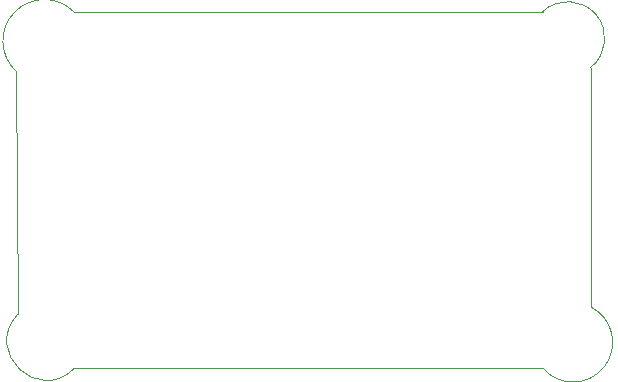
<source format=gbr>
%TF.GenerationSoftware,KiCad,Pcbnew,9.0.0*%
%TF.CreationDate,2025-05-30T17:35:02+05:30*%
%TF.ProjectId,MCU datalogger,4d435520-6461-4746-916c-6f676765722e,1*%
%TF.SameCoordinates,Original*%
%TF.FileFunction,Profile,NP*%
%FSLAX46Y46*%
G04 Gerber Fmt 4.6, Leading zero omitted, Abs format (unit mm)*
G04 Created by KiCad (PCBNEW 9.0.0) date 2025-05-30 17:35:02*
%MOMM*%
%LPD*%
G01*
G04 APERTURE LIST*
%TA.AperFunction,Profile*%
%ADD10C,0.050000*%
%TD*%
G04 APERTURE END LIST*
D10*
X68450000Y-116690395D02*
G75*
G02*
X63622236Y-112141524I-2380000J2310395D01*
G01*
X108089536Y-116690395D02*
X68450000Y-116690395D01*
X63500000Y-91560000D02*
X63622236Y-112141524D01*
X63500000Y-91560000D02*
G75*
G02*
X68371633Y-86508367I2390000J2570000D01*
G01*
X108081634Y-86508368D02*
X68371632Y-86508368D01*
X108081634Y-86499761D02*
G75*
G02*
X112144719Y-91243241I2138366J-2280239D01*
G01*
X112149999Y-111500000D02*
X112149999Y-91250000D01*
X112150000Y-111500000D02*
G75*
G02*
X108089536Y-116690395I-1500000J-3010000D01*
G01*
M02*

</source>
